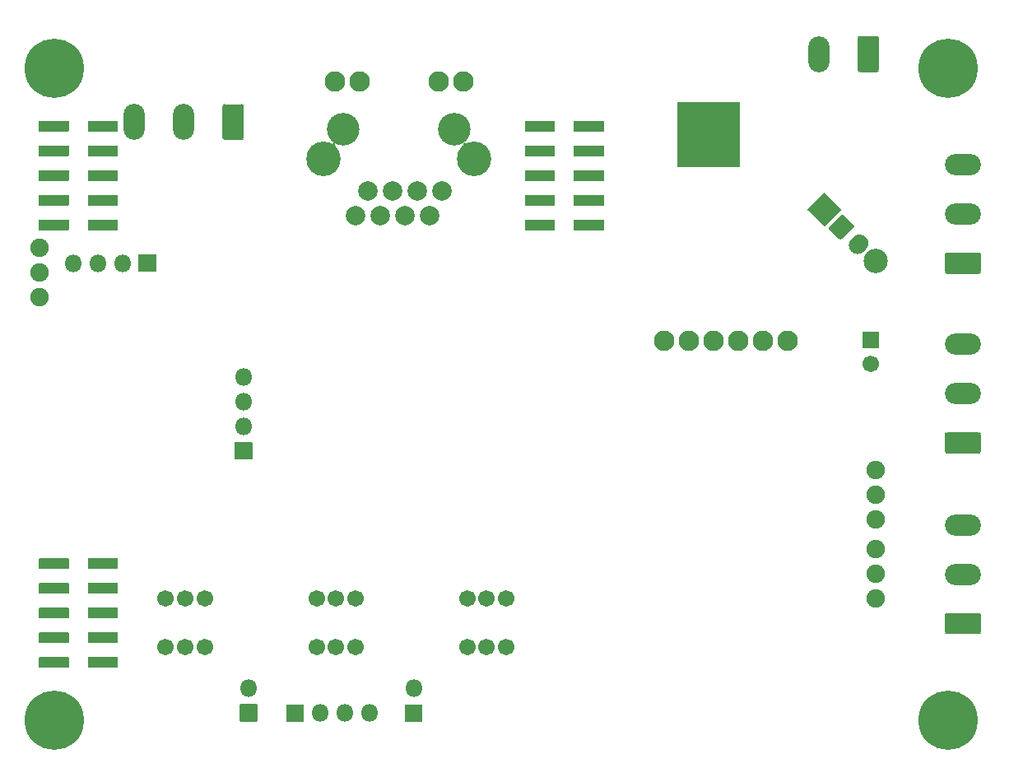
<source format=gbr>
%TF.GenerationSoftware,KiCad,Pcbnew,(5.1.10)-1*%
%TF.CreationDate,2022-06-11T01:01:33+08:00*%
%TF.ProjectId,interface,696e7465-7266-4616-9365-2e6b69636164,rev?*%
%TF.SameCoordinates,Original*%
%TF.FileFunction,Soldermask,Bot*%
%TF.FilePolarity,Negative*%
%FSLAX46Y46*%
G04 Gerber Fmt 4.6, Leading zero omitted, Abs format (unit mm)*
G04 Created by KiCad (PCBNEW (5.1.10)-1) date 2022-06-11 01:01:33*
%MOMM*%
%LPD*%
G01*
G04 APERTURE LIST*
%ADD10C,0.100000*%
%ADD11O,1.801600X1.801600*%
%ADD12C,1.701600*%
%ADD13O,3.701600X2.181600*%
%ADD14O,2.181600X3.701600*%
%ADD15C,0.901600*%
%ADD16C,6.101600*%
%ADD17C,2.501600*%
%ADD18C,2.101600*%
%ADD19C,1.901600*%
%ADD20C,3.551600*%
%ADD21C,2.001600*%
%ADD22C,3.351600*%
%ADD23C,0.350000*%
G04 APERTURE END LIST*
D10*
G36*
X74488000Y60964000D02*
G01*
X68138000Y60964000D01*
X68138000Y67568000D01*
X74488000Y67568000D01*
X74488000Y60964000D01*
G37*
X74488000Y60964000D02*
X68138000Y60964000D01*
X68138000Y67568000D01*
X74488000Y67568000D01*
X74488000Y60964000D01*
G36*
X74488000Y60964000D02*
G01*
X68138000Y60964000D01*
X68138000Y67568000D01*
X74488000Y67568000D01*
X74488000Y60964000D01*
G37*
X74488000Y60964000D02*
X68138000Y60964000D01*
X68138000Y67568000D01*
X74488000Y67568000D01*
X74488000Y60964000D01*
D11*
%TO.C,J3*%
X36420000Y4700000D03*
X33880000Y4700000D03*
X31340000Y4700000D03*
G36*
G01*
X29650000Y3799200D02*
X27950000Y3799200D01*
G75*
G02*
X27899200Y3850000I0J50800D01*
G01*
X27899200Y5550000D01*
G75*
G02*
X27950000Y5600800I50800J0D01*
G01*
X29650000Y5600800D01*
G75*
G02*
X29700800Y5550000I0J-50800D01*
G01*
X29700800Y3850000D01*
G75*
G02*
X29650000Y3799200I-50800J0D01*
G01*
G37*
%TD*%
%TO.C,C4*%
G36*
G01*
X86024739Y53463129D02*
X86236871Y53675261D01*
G75*
G02*
X87510795Y53675261I636962J-636962D01*
G01*
X87510795Y53675261D01*
G75*
G02*
X87510795Y52401337I-636962J-636962D01*
G01*
X87298663Y52189205D01*
G75*
G02*
X86024739Y52189205I-636962J636962D01*
G01*
X86024739Y52189205D01*
G75*
G02*
X86024739Y53463129I636962J636962D01*
G01*
G37*
G36*
G01*
X83807352Y54781276D02*
X84918724Y55892648D01*
G75*
G02*
X85293408Y55892648I187342J-187342D01*
G01*
X86192648Y54993408D01*
G75*
G02*
X86192648Y54618724I-187342J-187342D01*
G01*
X85081276Y53507352D01*
G75*
G02*
X84706592Y53507352I-187342J187342D01*
G01*
X83807352Y54406592D01*
G75*
G02*
X83807352Y54781276I187342J187342D01*
G01*
G37*
%TD*%
%TO.C,D12*%
X41000000Y7250000D03*
G36*
G01*
X41900800Y5560000D02*
X41900800Y3860000D01*
G75*
G02*
X41850000Y3809200I-50800J0D01*
G01*
X40150000Y3809200D01*
G75*
G02*
X40099200Y3860000I0J50800D01*
G01*
X40099200Y5560000D01*
G75*
G02*
X40150000Y5610800I50800J0D01*
G01*
X41850000Y5610800D01*
G75*
G02*
X41900800Y5560000I0J-50800D01*
G01*
G37*
%TD*%
%TO.C,D11*%
X24000000Y7290000D03*
G36*
G01*
X24900800Y5600000D02*
X24900800Y3900000D01*
G75*
G02*
X24850000Y3849200I-50800J0D01*
G01*
X23150000Y3849200D01*
G75*
G02*
X23099200Y3900000I0J50800D01*
G01*
X23099200Y5600000D01*
G75*
G02*
X23150000Y5650800I50800J0D01*
G01*
X24850000Y5650800D01*
G75*
G02*
X24900800Y5600000I0J-50800D01*
G01*
G37*
%TD*%
%TO.C,J8*%
X5980000Y51000000D03*
X8520000Y51000000D03*
X11060000Y51000000D03*
G36*
G01*
X12750000Y51900800D02*
X14450000Y51900800D01*
G75*
G02*
X14500800Y51850000I0J-50800D01*
G01*
X14500800Y50150000D01*
G75*
G02*
X14450000Y50099200I-50800J0D01*
G01*
X12750000Y50099200D01*
G75*
G02*
X12699200Y50150000I0J50800D01*
G01*
X12699200Y51850000D01*
G75*
G02*
X12750000Y51900800I50800J0D01*
G01*
G37*
%TD*%
D12*
%TO.C,SW4*%
X46500000Y16500000D03*
X48500000Y16500000D03*
X50500000Y16500000D03*
X46500000Y11500000D03*
X48500000Y11500000D03*
X50500000Y11500000D03*
%TD*%
%TO.C,SW3*%
X31000000Y16500000D03*
X33000000Y16500000D03*
X35000000Y16500000D03*
X31000000Y11500000D03*
X33000000Y11500000D03*
X35000000Y11500000D03*
%TD*%
%TO.C,SW2*%
X15500000Y16500000D03*
X17500000Y16500000D03*
X19500000Y16500000D03*
X15500000Y11500000D03*
X17500000Y11500000D03*
X19500000Y11500000D03*
%TD*%
D13*
%TO.C,J9*%
X97500000Y42660000D03*
X97500000Y37580000D03*
G36*
G01*
X99088591Y31409200D02*
X95911409Y31409200D01*
G75*
G02*
X95649200Y31671409I0J262209D01*
G01*
X95649200Y33328591D01*
G75*
G02*
X95911409Y33590800I262209J0D01*
G01*
X99088591Y33590800D01*
G75*
G02*
X99350800Y33328591I0J-262209D01*
G01*
X99350800Y31671409D01*
G75*
G02*
X99088591Y31409200I-262209J0D01*
G01*
G37*
%TD*%
D14*
%TO.C,J12*%
X12250000Y65500000D03*
X17330000Y65500000D03*
G36*
G01*
X23500800Y67088591D02*
X23500800Y63911409D01*
G75*
G02*
X23238591Y63649200I-262209J0D01*
G01*
X21581409Y63649200D01*
G75*
G02*
X21319200Y63911409I0J262209D01*
G01*
X21319200Y67088591D01*
G75*
G02*
X21581409Y67350800I262209J0D01*
G01*
X23238591Y67350800D01*
G75*
G02*
X23500800Y67088591I0J-262209D01*
G01*
G37*
%TD*%
D13*
%TO.C,J11*%
X97500000Y24080000D03*
X97500000Y19000000D03*
G36*
G01*
X99088591Y12829200D02*
X95911409Y12829200D01*
G75*
G02*
X95649200Y13091409I0J262209D01*
G01*
X95649200Y14748591D01*
G75*
G02*
X95911409Y15010800I262209J0D01*
G01*
X99088591Y15010800D01*
G75*
G02*
X99350800Y14748591I0J-262209D01*
G01*
X99350800Y13091409D01*
G75*
G02*
X99088591Y12829200I-262209J0D01*
G01*
G37*
%TD*%
%TO.C,J10*%
X97500000Y61160000D03*
X97500000Y56080000D03*
G36*
G01*
X99088591Y49909200D02*
X95911409Y49909200D01*
G75*
G02*
X95649200Y50171409I0J262209D01*
G01*
X95649200Y51828591D01*
G75*
G02*
X95911409Y52090800I262209J0D01*
G01*
X99088591Y52090800D01*
G75*
G02*
X99350800Y51828591I0J-262209D01*
G01*
X99350800Y50171409D01*
G75*
G02*
X99088591Y49909200I-262209J0D01*
G01*
G37*
%TD*%
D14*
%TO.C,J1*%
X82670000Y72500000D03*
G36*
G01*
X88840800Y74088591D02*
X88840800Y70911409D01*
G75*
G02*
X88578591Y70649200I-262209J0D01*
G01*
X86921409Y70649200D01*
G75*
G02*
X86659200Y70911409I0J262209D01*
G01*
X86659200Y74088591D01*
G75*
G02*
X86921409Y74350800I262209J0D01*
G01*
X88578591Y74350800D01*
G75*
G02*
X88840800Y74088591I0J-262209D01*
G01*
G37*
%TD*%
D12*
%TO.C,C2*%
X88000000Y40600000D03*
G36*
G01*
X87200000Y43950800D02*
X88800000Y43950800D01*
G75*
G02*
X88850800Y43900000I0J-50800D01*
G01*
X88850800Y42300000D01*
G75*
G02*
X88800000Y42249200I-50800J0D01*
G01*
X87200000Y42249200D01*
G75*
G02*
X87149200Y42300000I0J50800D01*
G01*
X87149200Y43900000D01*
G75*
G02*
X87200000Y43950800I50800J0D01*
G01*
G37*
%TD*%
D15*
%TO.C,SC4*%
X98056810Y5187500D03*
X98056810Y2812500D03*
X96000000Y1625000D03*
X93943190Y2812500D03*
X93943190Y5187500D03*
X96000000Y6375000D03*
D16*
X96000000Y4000000D03*
%TD*%
D15*
%TO.C,SC3*%
X6056810Y5187500D03*
X6056810Y2812500D03*
X4000000Y1625000D03*
X1943190Y2812500D03*
X1943190Y5187500D03*
X4000000Y6375000D03*
D16*
X4000000Y4000000D03*
%TD*%
D15*
%TO.C,SC2*%
X98056810Y72187500D03*
X98056810Y69812500D03*
X96000000Y68625000D03*
X93943190Y69812500D03*
X93943190Y72187500D03*
X96000000Y73375000D03*
D16*
X96000000Y71000000D03*
%TD*%
D15*
%TO.C,SC1*%
X6056810Y72187500D03*
X6056810Y69812500D03*
X4000000Y68625000D03*
X1943190Y69812500D03*
X1943190Y72187500D03*
X4000000Y73375000D03*
D16*
X4000000Y71000000D03*
%TD*%
D17*
%TO.C,C5*%
X88553301Y51196699D03*
G36*
G01*
X81517023Y56535921D02*
X83214079Y58232977D01*
G75*
G02*
X83285921Y58232977I35921J-35921D01*
G01*
X84982977Y56535921D01*
G75*
G02*
X84982977Y56464079I-35921J-35921D01*
G01*
X83285921Y54767023D01*
G75*
G02*
X83214079Y54767023I-35921J35921D01*
G01*
X81517023Y56464079D01*
G75*
G02*
X81517023Y56535921I35921J35921D01*
G01*
G37*
%TD*%
%TO.C,J4*%
G36*
G01*
X52429200Y64580000D02*
X52429200Y65580000D01*
G75*
G02*
X52480000Y65630800I50800J0D01*
G01*
X55480000Y65630800D01*
G75*
G02*
X55530800Y65580000I0J-50800D01*
G01*
X55530800Y64580000D01*
G75*
G02*
X55480000Y64529200I-50800J0D01*
G01*
X52480000Y64529200D01*
G75*
G02*
X52429200Y64580000I0J50800D01*
G01*
G37*
G36*
G01*
X57469200Y64580000D02*
X57469200Y65580000D01*
G75*
G02*
X57520000Y65630800I50800J0D01*
G01*
X60520000Y65630800D01*
G75*
G02*
X60570800Y65580000I0J-50800D01*
G01*
X60570800Y64580000D01*
G75*
G02*
X60520000Y64529200I-50800J0D01*
G01*
X57520000Y64529200D01*
G75*
G02*
X57469200Y64580000I0J50800D01*
G01*
G37*
G36*
G01*
X52429200Y62040000D02*
X52429200Y63040000D01*
G75*
G02*
X52480000Y63090800I50800J0D01*
G01*
X55480000Y63090800D01*
G75*
G02*
X55530800Y63040000I0J-50800D01*
G01*
X55530800Y62040000D01*
G75*
G02*
X55480000Y61989200I-50800J0D01*
G01*
X52480000Y61989200D01*
G75*
G02*
X52429200Y62040000I0J50800D01*
G01*
G37*
G36*
G01*
X57469200Y62040000D02*
X57469200Y63040000D01*
G75*
G02*
X57520000Y63090800I50800J0D01*
G01*
X60520000Y63090800D01*
G75*
G02*
X60570800Y63040000I0J-50800D01*
G01*
X60570800Y62040000D01*
G75*
G02*
X60520000Y61989200I-50800J0D01*
G01*
X57520000Y61989200D01*
G75*
G02*
X57469200Y62040000I0J50800D01*
G01*
G37*
G36*
G01*
X52429200Y59500000D02*
X52429200Y60500000D01*
G75*
G02*
X52480000Y60550800I50800J0D01*
G01*
X55480000Y60550800D01*
G75*
G02*
X55530800Y60500000I0J-50800D01*
G01*
X55530800Y59500000D01*
G75*
G02*
X55480000Y59449200I-50800J0D01*
G01*
X52480000Y59449200D01*
G75*
G02*
X52429200Y59500000I0J50800D01*
G01*
G37*
G36*
G01*
X57469200Y59500000D02*
X57469200Y60500000D01*
G75*
G02*
X57520000Y60550800I50800J0D01*
G01*
X60520000Y60550800D01*
G75*
G02*
X60570800Y60500000I0J-50800D01*
G01*
X60570800Y59500000D01*
G75*
G02*
X60520000Y59449200I-50800J0D01*
G01*
X57520000Y59449200D01*
G75*
G02*
X57469200Y59500000I0J50800D01*
G01*
G37*
G36*
G01*
X52429200Y56960000D02*
X52429200Y57960000D01*
G75*
G02*
X52480000Y58010800I50800J0D01*
G01*
X55480000Y58010800D01*
G75*
G02*
X55530800Y57960000I0J-50800D01*
G01*
X55530800Y56960000D01*
G75*
G02*
X55480000Y56909200I-50800J0D01*
G01*
X52480000Y56909200D01*
G75*
G02*
X52429200Y56960000I0J50800D01*
G01*
G37*
G36*
G01*
X57469200Y56960000D02*
X57469200Y57960000D01*
G75*
G02*
X57520000Y58010800I50800J0D01*
G01*
X60520000Y58010800D01*
G75*
G02*
X60570800Y57960000I0J-50800D01*
G01*
X60570800Y56960000D01*
G75*
G02*
X60520000Y56909200I-50800J0D01*
G01*
X57520000Y56909200D01*
G75*
G02*
X57469200Y56960000I0J50800D01*
G01*
G37*
G36*
G01*
X52429200Y54420000D02*
X52429200Y55420000D01*
G75*
G02*
X52480000Y55470800I50800J0D01*
G01*
X55480000Y55470800D01*
G75*
G02*
X55530800Y55420000I0J-50800D01*
G01*
X55530800Y54420000D01*
G75*
G02*
X55480000Y54369200I-50800J0D01*
G01*
X52480000Y54369200D01*
G75*
G02*
X52429200Y54420000I0J50800D01*
G01*
G37*
G36*
G01*
X57469200Y54420000D02*
X57469200Y55420000D01*
G75*
G02*
X57520000Y55470800I50800J0D01*
G01*
X60520000Y55470800D01*
G75*
G02*
X60570800Y55420000I0J-50800D01*
G01*
X60570800Y54420000D01*
G75*
G02*
X60520000Y54369200I-50800J0D01*
G01*
X57520000Y54369200D01*
G75*
G02*
X57469200Y54420000I0J50800D01*
G01*
G37*
%TD*%
%TO.C,J7*%
G36*
G01*
X10570800Y55420000D02*
X10570800Y54420000D01*
G75*
G02*
X10520000Y54369200I-50800J0D01*
G01*
X7520000Y54369200D01*
G75*
G02*
X7469200Y54420000I0J50800D01*
G01*
X7469200Y55420000D01*
G75*
G02*
X7520000Y55470800I50800J0D01*
G01*
X10520000Y55470800D01*
G75*
G02*
X10570800Y55420000I0J-50800D01*
G01*
G37*
G36*
G01*
X5530800Y55420000D02*
X5530800Y54420000D01*
G75*
G02*
X5480000Y54369200I-50800J0D01*
G01*
X2480000Y54369200D01*
G75*
G02*
X2429200Y54420000I0J50800D01*
G01*
X2429200Y55420000D01*
G75*
G02*
X2480000Y55470800I50800J0D01*
G01*
X5480000Y55470800D01*
G75*
G02*
X5530800Y55420000I0J-50800D01*
G01*
G37*
G36*
G01*
X10570800Y57960000D02*
X10570800Y56960000D01*
G75*
G02*
X10520000Y56909200I-50800J0D01*
G01*
X7520000Y56909200D01*
G75*
G02*
X7469200Y56960000I0J50800D01*
G01*
X7469200Y57960000D01*
G75*
G02*
X7520000Y58010800I50800J0D01*
G01*
X10520000Y58010800D01*
G75*
G02*
X10570800Y57960000I0J-50800D01*
G01*
G37*
G36*
G01*
X5530800Y57960000D02*
X5530800Y56960000D01*
G75*
G02*
X5480000Y56909200I-50800J0D01*
G01*
X2480000Y56909200D01*
G75*
G02*
X2429200Y56960000I0J50800D01*
G01*
X2429200Y57960000D01*
G75*
G02*
X2480000Y58010800I50800J0D01*
G01*
X5480000Y58010800D01*
G75*
G02*
X5530800Y57960000I0J-50800D01*
G01*
G37*
G36*
G01*
X10570800Y60500000D02*
X10570800Y59500000D01*
G75*
G02*
X10520000Y59449200I-50800J0D01*
G01*
X7520000Y59449200D01*
G75*
G02*
X7469200Y59500000I0J50800D01*
G01*
X7469200Y60500000D01*
G75*
G02*
X7520000Y60550800I50800J0D01*
G01*
X10520000Y60550800D01*
G75*
G02*
X10570800Y60500000I0J-50800D01*
G01*
G37*
G36*
G01*
X5530800Y60500000D02*
X5530800Y59500000D01*
G75*
G02*
X5480000Y59449200I-50800J0D01*
G01*
X2480000Y59449200D01*
G75*
G02*
X2429200Y59500000I0J50800D01*
G01*
X2429200Y60500000D01*
G75*
G02*
X2480000Y60550800I50800J0D01*
G01*
X5480000Y60550800D01*
G75*
G02*
X5530800Y60500000I0J-50800D01*
G01*
G37*
G36*
G01*
X10570800Y63040000D02*
X10570800Y62040000D01*
G75*
G02*
X10520000Y61989200I-50800J0D01*
G01*
X7520000Y61989200D01*
G75*
G02*
X7469200Y62040000I0J50800D01*
G01*
X7469200Y63040000D01*
G75*
G02*
X7520000Y63090800I50800J0D01*
G01*
X10520000Y63090800D01*
G75*
G02*
X10570800Y63040000I0J-50800D01*
G01*
G37*
G36*
G01*
X5530800Y63040000D02*
X5530800Y62040000D01*
G75*
G02*
X5480000Y61989200I-50800J0D01*
G01*
X2480000Y61989200D01*
G75*
G02*
X2429200Y62040000I0J50800D01*
G01*
X2429200Y63040000D01*
G75*
G02*
X2480000Y63090800I50800J0D01*
G01*
X5480000Y63090800D01*
G75*
G02*
X5530800Y63040000I0J-50800D01*
G01*
G37*
G36*
G01*
X10570800Y65580000D02*
X10570800Y64580000D01*
G75*
G02*
X10520000Y64529200I-50800J0D01*
G01*
X7520000Y64529200D01*
G75*
G02*
X7469200Y64580000I0J50800D01*
G01*
X7469200Y65580000D01*
G75*
G02*
X7520000Y65630800I50800J0D01*
G01*
X10520000Y65630800D01*
G75*
G02*
X10570800Y65580000I0J-50800D01*
G01*
G37*
G36*
G01*
X5530800Y65580000D02*
X5530800Y64580000D01*
G75*
G02*
X5480000Y64529200I-50800J0D01*
G01*
X2480000Y64529200D01*
G75*
G02*
X2429200Y64580000I0J50800D01*
G01*
X2429200Y65580000D01*
G75*
G02*
X2480000Y65630800I50800J0D01*
G01*
X5480000Y65630800D01*
G75*
G02*
X5530800Y65580000I0J-50800D01*
G01*
G37*
%TD*%
%TO.C,J5*%
G36*
G01*
X10570800Y10420000D02*
X10570800Y9420000D01*
G75*
G02*
X10520000Y9369200I-50800J0D01*
G01*
X7520000Y9369200D01*
G75*
G02*
X7469200Y9420000I0J50800D01*
G01*
X7469200Y10420000D01*
G75*
G02*
X7520000Y10470800I50800J0D01*
G01*
X10520000Y10470800D01*
G75*
G02*
X10570800Y10420000I0J-50800D01*
G01*
G37*
G36*
G01*
X5530800Y10420000D02*
X5530800Y9420000D01*
G75*
G02*
X5480000Y9369200I-50800J0D01*
G01*
X2480000Y9369200D01*
G75*
G02*
X2429200Y9420000I0J50800D01*
G01*
X2429200Y10420000D01*
G75*
G02*
X2480000Y10470800I50800J0D01*
G01*
X5480000Y10470800D01*
G75*
G02*
X5530800Y10420000I0J-50800D01*
G01*
G37*
G36*
G01*
X10570800Y12960000D02*
X10570800Y11960000D01*
G75*
G02*
X10520000Y11909200I-50800J0D01*
G01*
X7520000Y11909200D01*
G75*
G02*
X7469200Y11960000I0J50800D01*
G01*
X7469200Y12960000D01*
G75*
G02*
X7520000Y13010800I50800J0D01*
G01*
X10520000Y13010800D01*
G75*
G02*
X10570800Y12960000I0J-50800D01*
G01*
G37*
G36*
G01*
X5530800Y12960000D02*
X5530800Y11960000D01*
G75*
G02*
X5480000Y11909200I-50800J0D01*
G01*
X2480000Y11909200D01*
G75*
G02*
X2429200Y11960000I0J50800D01*
G01*
X2429200Y12960000D01*
G75*
G02*
X2480000Y13010800I50800J0D01*
G01*
X5480000Y13010800D01*
G75*
G02*
X5530800Y12960000I0J-50800D01*
G01*
G37*
G36*
G01*
X10570800Y15500000D02*
X10570800Y14500000D01*
G75*
G02*
X10520000Y14449200I-50800J0D01*
G01*
X7520000Y14449200D01*
G75*
G02*
X7469200Y14500000I0J50800D01*
G01*
X7469200Y15500000D01*
G75*
G02*
X7520000Y15550800I50800J0D01*
G01*
X10520000Y15550800D01*
G75*
G02*
X10570800Y15500000I0J-50800D01*
G01*
G37*
G36*
G01*
X5530800Y15500000D02*
X5530800Y14500000D01*
G75*
G02*
X5480000Y14449200I-50800J0D01*
G01*
X2480000Y14449200D01*
G75*
G02*
X2429200Y14500000I0J50800D01*
G01*
X2429200Y15500000D01*
G75*
G02*
X2480000Y15550800I50800J0D01*
G01*
X5480000Y15550800D01*
G75*
G02*
X5530800Y15500000I0J-50800D01*
G01*
G37*
G36*
G01*
X10570800Y18040000D02*
X10570800Y17040000D01*
G75*
G02*
X10520000Y16989200I-50800J0D01*
G01*
X7520000Y16989200D01*
G75*
G02*
X7469200Y17040000I0J50800D01*
G01*
X7469200Y18040000D01*
G75*
G02*
X7520000Y18090800I50800J0D01*
G01*
X10520000Y18090800D01*
G75*
G02*
X10570800Y18040000I0J-50800D01*
G01*
G37*
G36*
G01*
X5530800Y18040000D02*
X5530800Y17040000D01*
G75*
G02*
X5480000Y16989200I-50800J0D01*
G01*
X2480000Y16989200D01*
G75*
G02*
X2429200Y17040000I0J50800D01*
G01*
X2429200Y18040000D01*
G75*
G02*
X2480000Y18090800I50800J0D01*
G01*
X5480000Y18090800D01*
G75*
G02*
X5530800Y18040000I0J-50800D01*
G01*
G37*
G36*
G01*
X10570800Y20580000D02*
X10570800Y19580000D01*
G75*
G02*
X10520000Y19529200I-50800J0D01*
G01*
X7520000Y19529200D01*
G75*
G02*
X7469200Y19580000I0J50800D01*
G01*
X7469200Y20580000D01*
G75*
G02*
X7520000Y20630800I50800J0D01*
G01*
X10520000Y20630800D01*
G75*
G02*
X10570800Y20580000I0J-50800D01*
G01*
G37*
G36*
G01*
X5530800Y20580000D02*
X5530800Y19580000D01*
G75*
G02*
X5480000Y19529200I-50800J0D01*
G01*
X2480000Y19529200D01*
G75*
G02*
X2429200Y19580000I0J50800D01*
G01*
X2429200Y20580000D01*
G75*
G02*
X2480000Y20630800I50800J0D01*
G01*
X5480000Y20630800D01*
G75*
G02*
X5530800Y20580000I0J-50800D01*
G01*
G37*
%TD*%
D11*
%TO.C,U6*%
X23500000Y39310000D03*
X23500000Y36770000D03*
X23500000Y34230000D03*
G36*
G01*
X24400800Y32540000D02*
X24400800Y30840000D01*
G75*
G02*
X24350000Y30789200I-50800J0D01*
G01*
X22650000Y30789200D01*
G75*
G02*
X22599200Y30840000I0J50800D01*
G01*
X22599200Y32540000D01*
G75*
G02*
X22650000Y32590800I50800J0D01*
G01*
X24350000Y32590800D01*
G75*
G02*
X24400800Y32540000I0J-50800D01*
G01*
G37*
%TD*%
D18*
%TO.C,U1*%
X76910000Y43000000D03*
X71830000Y43000000D03*
X79450000Y43000000D03*
X74370000Y43000000D03*
X69290000Y43000000D03*
X66750000Y43000000D03*
%TD*%
D19*
%TO.C,JP3*%
X88500000Y16500000D03*
X88500000Y19040000D03*
X88500000Y21580000D03*
%TD*%
%TO.C,JP2*%
X88500000Y24670000D03*
X88500000Y27210000D03*
X88500000Y29750000D03*
%TD*%
%TO.C,JP1*%
X2500000Y47460000D03*
X2500000Y50000000D03*
X2500000Y52540000D03*
%TD*%
D18*
%TO.C,J6*%
X32875000Y69650000D03*
X35415000Y69650000D03*
X43585000Y69650000D03*
X46125000Y69650000D03*
D20*
X31755000Y61700000D03*
X47245000Y61700000D03*
D21*
X36330000Y58400000D03*
X38870000Y58400000D03*
X41410000Y58400000D03*
X43950000Y58400000D03*
X35060000Y55860000D03*
X37600000Y55860000D03*
X42680000Y55860000D03*
X40140000Y55860000D03*
D22*
X45215000Y64750000D03*
X33785000Y64750000D03*
%TD*%
D23*
G36*
X99351965Y13093035D02*
G01*
X99352800Y13091409D01*
X99352800Y13002599D01*
X99352790Y13002403D01*
X99348983Y12963751D01*
X99348907Y12963366D01*
X99339422Y12932098D01*
X99339272Y12931736D01*
X99323874Y12902929D01*
X99323656Y12902603D01*
X99302930Y12877347D01*
X99302653Y12877070D01*
X99277397Y12856344D01*
X99277071Y12856126D01*
X99248264Y12840728D01*
X99247902Y12840578D01*
X99216634Y12831093D01*
X99216249Y12831017D01*
X99177597Y12827210D01*
X99177401Y12827200D01*
X99088591Y12827200D01*
X99086859Y12828200D01*
X99086859Y12830200D01*
X99088395Y12831190D01*
X99139350Y12836208D01*
X99188165Y12851016D01*
X99233151Y12875061D01*
X99272580Y12907420D01*
X99304939Y12946849D01*
X99328984Y12991835D01*
X99343792Y13040650D01*
X99348810Y13091605D01*
X99349975Y13093231D01*
X99351965Y13093035D01*
G37*
G36*
X95651190Y13091605D02*
G01*
X95656208Y13040650D01*
X95671016Y12991835D01*
X95695061Y12946849D01*
X95727420Y12907420D01*
X95766849Y12875061D01*
X95811835Y12851016D01*
X95860650Y12836208D01*
X95911605Y12831190D01*
X95913231Y12830025D01*
X95913035Y12828035D01*
X95911409Y12827200D01*
X95822599Y12827200D01*
X95822403Y12827210D01*
X95783751Y12831017D01*
X95783366Y12831093D01*
X95752098Y12840578D01*
X95751736Y12840728D01*
X95722929Y12856126D01*
X95722603Y12856344D01*
X95697347Y12877070D01*
X95697070Y12877347D01*
X95676344Y12902603D01*
X95676126Y12902929D01*
X95660728Y12931736D01*
X95660578Y12932098D01*
X95651093Y12963366D01*
X95651017Y12963751D01*
X95647210Y13002403D01*
X95647200Y13002599D01*
X95647200Y13091409D01*
X95648200Y13093141D01*
X95650200Y13093141D01*
X95651190Y13091605D01*
G37*
G36*
X95913141Y15011800D02*
G01*
X95913141Y15009800D01*
X95911605Y15008810D01*
X95860650Y15003792D01*
X95811835Y14988984D01*
X95766849Y14964939D01*
X95727420Y14932580D01*
X95695061Y14893151D01*
X95671016Y14848165D01*
X95656208Y14799350D01*
X95651190Y14748395D01*
X95650025Y14746769D01*
X95648035Y14746965D01*
X95647200Y14748591D01*
X95647200Y14837401D01*
X95647210Y14837597D01*
X95651017Y14876249D01*
X95651093Y14876634D01*
X95660578Y14907902D01*
X95660728Y14908264D01*
X95676126Y14937071D01*
X95676344Y14937397D01*
X95697070Y14962653D01*
X95697347Y14962930D01*
X95722603Y14983656D01*
X95722929Y14983874D01*
X95751736Y14999272D01*
X95752098Y14999422D01*
X95783366Y15008907D01*
X95783751Y15008983D01*
X95822403Y15012790D01*
X95822599Y15012800D01*
X95911409Y15012800D01*
X95913141Y15011800D01*
G37*
G36*
X99177597Y15012790D02*
G01*
X99216249Y15008983D01*
X99216634Y15008907D01*
X99247902Y14999422D01*
X99248264Y14999272D01*
X99277071Y14983874D01*
X99277397Y14983656D01*
X99302653Y14962930D01*
X99302930Y14962653D01*
X99323656Y14937397D01*
X99323874Y14937071D01*
X99339272Y14908264D01*
X99339422Y14907902D01*
X99348907Y14876634D01*
X99348983Y14876249D01*
X99352790Y14837597D01*
X99352800Y14837401D01*
X99352800Y14748591D01*
X99351800Y14746859D01*
X99349800Y14746859D01*
X99348810Y14748395D01*
X99343792Y14799350D01*
X99328984Y14848165D01*
X99304939Y14893151D01*
X99272580Y14932580D01*
X99233151Y14964939D01*
X99188165Y14988984D01*
X99139350Y15003792D01*
X99088395Y15008810D01*
X99086769Y15009975D01*
X99086965Y15011965D01*
X99088591Y15012800D01*
X99177401Y15012800D01*
X99177597Y15012790D01*
G37*
G36*
X95651190Y31671605D02*
G01*
X95656208Y31620650D01*
X95671016Y31571835D01*
X95695061Y31526849D01*
X95727420Y31487420D01*
X95766849Y31455061D01*
X95811835Y31431016D01*
X95860650Y31416208D01*
X95911605Y31411190D01*
X95913231Y31410025D01*
X95913035Y31408035D01*
X95911409Y31407200D01*
X95822599Y31407200D01*
X95822403Y31407210D01*
X95783751Y31411017D01*
X95783366Y31411093D01*
X95752098Y31420578D01*
X95751736Y31420728D01*
X95722929Y31436126D01*
X95722603Y31436344D01*
X95697347Y31457070D01*
X95697070Y31457347D01*
X95676344Y31482603D01*
X95676126Y31482929D01*
X95660728Y31511736D01*
X95660578Y31512098D01*
X95651093Y31543366D01*
X95651017Y31543751D01*
X95647210Y31582403D01*
X95647200Y31582599D01*
X95647200Y31671409D01*
X95648200Y31673141D01*
X95650200Y31673141D01*
X95651190Y31671605D01*
G37*
G36*
X99351965Y31673035D02*
G01*
X99352800Y31671409D01*
X99352800Y31582599D01*
X99352790Y31582403D01*
X99348983Y31543751D01*
X99348907Y31543366D01*
X99339422Y31512098D01*
X99339272Y31511736D01*
X99323874Y31482929D01*
X99323656Y31482603D01*
X99302930Y31457347D01*
X99302653Y31457070D01*
X99277397Y31436344D01*
X99277071Y31436126D01*
X99248264Y31420728D01*
X99247902Y31420578D01*
X99216634Y31411093D01*
X99216249Y31411017D01*
X99177597Y31407210D01*
X99177401Y31407200D01*
X99088591Y31407200D01*
X99086859Y31408200D01*
X99086859Y31410200D01*
X99088395Y31411190D01*
X99139350Y31416208D01*
X99188165Y31431016D01*
X99233151Y31455061D01*
X99272580Y31487420D01*
X99304939Y31526849D01*
X99328984Y31571835D01*
X99343792Y31620650D01*
X99348810Y31671605D01*
X99349975Y31673231D01*
X99351965Y31673035D01*
G37*
G36*
X95913141Y33591800D02*
G01*
X95913141Y33589800D01*
X95911605Y33588810D01*
X95860650Y33583792D01*
X95811835Y33568984D01*
X95766849Y33544939D01*
X95727420Y33512580D01*
X95695061Y33473151D01*
X95671016Y33428165D01*
X95656208Y33379350D01*
X95651190Y33328395D01*
X95650025Y33326769D01*
X95648035Y33326965D01*
X95647200Y33328591D01*
X95647200Y33417401D01*
X95647210Y33417597D01*
X95651017Y33456249D01*
X95651093Y33456634D01*
X95660578Y33487902D01*
X95660728Y33488264D01*
X95676126Y33517071D01*
X95676344Y33517397D01*
X95697070Y33542653D01*
X95697347Y33542930D01*
X95722603Y33563656D01*
X95722929Y33563874D01*
X95751736Y33579272D01*
X95752098Y33579422D01*
X95783366Y33588907D01*
X95783751Y33588983D01*
X95822403Y33592790D01*
X95822599Y33592800D01*
X95911409Y33592800D01*
X95913141Y33591800D01*
G37*
G36*
X99177597Y33592790D02*
G01*
X99216249Y33588983D01*
X99216634Y33588907D01*
X99247902Y33579422D01*
X99248264Y33579272D01*
X99277071Y33563874D01*
X99277397Y33563656D01*
X99302653Y33542930D01*
X99302930Y33542653D01*
X99323656Y33517397D01*
X99323874Y33517071D01*
X99339272Y33488264D01*
X99339422Y33487902D01*
X99348907Y33456634D01*
X99348983Y33456249D01*
X99352790Y33417597D01*
X99352800Y33417401D01*
X99352800Y33328591D01*
X99351800Y33326859D01*
X99349800Y33326859D01*
X99348810Y33328395D01*
X99343792Y33379350D01*
X99328984Y33428165D01*
X99304939Y33473151D01*
X99272580Y33512580D01*
X99233151Y33544939D01*
X99188165Y33568984D01*
X99139350Y33583792D01*
X99088395Y33588810D01*
X99086769Y33589975D01*
X99086965Y33591965D01*
X99088591Y33592800D01*
X99177401Y33592800D01*
X99177597Y33592790D01*
G37*
G36*
X99351965Y50173035D02*
G01*
X99352800Y50171409D01*
X99352800Y50082599D01*
X99352790Y50082403D01*
X99348983Y50043751D01*
X99348907Y50043366D01*
X99339422Y50012098D01*
X99339272Y50011736D01*
X99323874Y49982929D01*
X99323656Y49982603D01*
X99302930Y49957347D01*
X99302653Y49957070D01*
X99277397Y49936344D01*
X99277071Y49936126D01*
X99248264Y49920728D01*
X99247902Y49920578D01*
X99216634Y49911093D01*
X99216249Y49911017D01*
X99177597Y49907210D01*
X99177401Y49907200D01*
X99088591Y49907200D01*
X99086859Y49908200D01*
X99086859Y49910200D01*
X99088395Y49911190D01*
X99139350Y49916208D01*
X99188165Y49931016D01*
X99233151Y49955061D01*
X99272580Y49987420D01*
X99304939Y50026849D01*
X99328984Y50071835D01*
X99343792Y50120650D01*
X99348810Y50171605D01*
X99349975Y50173231D01*
X99351965Y50173035D01*
G37*
G36*
X95651190Y50171605D02*
G01*
X95656208Y50120650D01*
X95671016Y50071835D01*
X95695061Y50026849D01*
X95727420Y49987420D01*
X95766849Y49955061D01*
X95811835Y49931016D01*
X95860650Y49916208D01*
X95911605Y49911190D01*
X95913231Y49910025D01*
X95913035Y49908035D01*
X95911409Y49907200D01*
X95822599Y49907200D01*
X95822403Y49907210D01*
X95783751Y49911017D01*
X95783366Y49911093D01*
X95752098Y49920578D01*
X95751736Y49920728D01*
X95722929Y49936126D01*
X95722603Y49936344D01*
X95697347Y49957070D01*
X95697070Y49957347D01*
X95676344Y49982603D01*
X95676126Y49982929D01*
X95660728Y50011736D01*
X95660578Y50012098D01*
X95651093Y50043366D01*
X95651017Y50043751D01*
X95647210Y50082403D01*
X95647200Y50082599D01*
X95647200Y50171409D01*
X95648200Y50173141D01*
X95650200Y50173141D01*
X95651190Y50171605D01*
G37*
G36*
X95913141Y52091800D02*
G01*
X95913141Y52089800D01*
X95911605Y52088810D01*
X95860650Y52083792D01*
X95811835Y52068984D01*
X95766849Y52044939D01*
X95727420Y52012580D01*
X95695061Y51973151D01*
X95671016Y51928165D01*
X95656208Y51879350D01*
X95651190Y51828395D01*
X95650025Y51826769D01*
X95648035Y51826965D01*
X95647200Y51828591D01*
X95647200Y51917401D01*
X95647210Y51917597D01*
X95651017Y51956249D01*
X95651093Y51956634D01*
X95660578Y51987902D01*
X95660728Y51988264D01*
X95676126Y52017071D01*
X95676344Y52017397D01*
X95697070Y52042653D01*
X95697347Y52042930D01*
X95722603Y52063656D01*
X95722929Y52063874D01*
X95751736Y52079272D01*
X95752098Y52079422D01*
X95783366Y52088907D01*
X95783751Y52088983D01*
X95822403Y52092790D01*
X95822599Y52092800D01*
X95911409Y52092800D01*
X95913141Y52091800D01*
G37*
G36*
X99177597Y52092790D02*
G01*
X99216249Y52088983D01*
X99216634Y52088907D01*
X99247902Y52079422D01*
X99248264Y52079272D01*
X99277071Y52063874D01*
X99277397Y52063656D01*
X99302653Y52042930D01*
X99302930Y52042653D01*
X99323656Y52017397D01*
X99323874Y52017071D01*
X99339272Y51988264D01*
X99339422Y51987902D01*
X99348907Y51956634D01*
X99348983Y51956249D01*
X99352790Y51917597D01*
X99352800Y51917401D01*
X99352800Y51828591D01*
X99351800Y51826859D01*
X99349800Y51826859D01*
X99348810Y51828395D01*
X99343792Y51879350D01*
X99328984Y51928165D01*
X99304939Y51973151D01*
X99272580Y52012580D01*
X99233151Y52044939D01*
X99188165Y52068984D01*
X99139350Y52083792D01*
X99088395Y52088810D01*
X99086769Y52089975D01*
X99086965Y52091965D01*
X99088591Y52092800D01*
X99177401Y52092800D01*
X99177597Y52092790D01*
G37*
G36*
X84707861Y53508898D02*
G01*
X84747857Y53476075D01*
X84793314Y53451777D01*
X84842642Y53436814D01*
X84893934Y53431762D01*
X84945226Y53436814D01*
X84994554Y53451777D01*
X85040011Y53476075D01*
X85080007Y53508898D01*
X85081981Y53509224D01*
X85083249Y53507678D01*
X85082690Y53505938D01*
X85024637Y53447885D01*
X85024492Y53447753D01*
X84993038Y53421940D01*
X84992712Y53421722D01*
X84962268Y53405449D01*
X84961906Y53405299D01*
X84928872Y53395278D01*
X84928487Y53395202D01*
X84894130Y53391819D01*
X84893738Y53391819D01*
X84859381Y53395202D01*
X84858996Y53395278D01*
X84825962Y53405299D01*
X84825600Y53405449D01*
X84795156Y53421722D01*
X84794830Y53421940D01*
X84763376Y53447753D01*
X84763231Y53447885D01*
X84705178Y53505938D01*
X84704660Y53507870D01*
X84706074Y53509284D01*
X84707861Y53508898D01*
G37*
G36*
X83809284Y54781794D02*
G01*
X83808898Y54780007D01*
X83776075Y54740011D01*
X83751777Y54694554D01*
X83736814Y54645226D01*
X83731762Y54593934D01*
X83736814Y54542642D01*
X83751777Y54493314D01*
X83776075Y54447857D01*
X83808898Y54407861D01*
X83809224Y54405887D01*
X83807678Y54404619D01*
X83805938Y54405178D01*
X83747885Y54463231D01*
X83747753Y54463376D01*
X83721940Y54494830D01*
X83721722Y54495156D01*
X83705449Y54525600D01*
X83705299Y54525962D01*
X83695278Y54558996D01*
X83695202Y54559381D01*
X83691819Y54593738D01*
X83691819Y54594130D01*
X83695202Y54628487D01*
X83695278Y54628872D01*
X83705299Y54661906D01*
X83705449Y54662268D01*
X83721722Y54692712D01*
X83721940Y54693038D01*
X83747753Y54724492D01*
X83747885Y54724637D01*
X83805938Y54782690D01*
X83807870Y54783208D01*
X83809284Y54781794D01*
G37*
G36*
X86194062Y54994822D02*
G01*
X86252115Y54936769D01*
X86252247Y54936624D01*
X86278060Y54905170D01*
X86278278Y54904844D01*
X86294551Y54874400D01*
X86294701Y54874038D01*
X86304722Y54841004D01*
X86304798Y54840619D01*
X86308181Y54806262D01*
X86308181Y54805870D01*
X86304798Y54771513D01*
X86304722Y54771128D01*
X86294701Y54738094D01*
X86294551Y54737732D01*
X86278278Y54707288D01*
X86278060Y54706962D01*
X86252247Y54675508D01*
X86252115Y54675363D01*
X86194062Y54617310D01*
X86192130Y54616792D01*
X86190716Y54618206D01*
X86191102Y54619993D01*
X86223925Y54659989D01*
X86248223Y54705446D01*
X86263186Y54754774D01*
X86268238Y54806066D01*
X86263186Y54857358D01*
X86248223Y54906686D01*
X86223925Y54952143D01*
X86191102Y54992139D01*
X86190776Y54994113D01*
X86192322Y54995381D01*
X86194062Y54994822D01*
G37*
G36*
X85140619Y56004798D02*
G01*
X85141004Y56004722D01*
X85174038Y55994701D01*
X85174400Y55994551D01*
X85204844Y55978278D01*
X85205170Y55978060D01*
X85236624Y55952247D01*
X85236769Y55952115D01*
X85294822Y55894062D01*
X85295340Y55892130D01*
X85293926Y55890716D01*
X85292139Y55891102D01*
X85252143Y55923925D01*
X85206686Y55948223D01*
X85157358Y55963186D01*
X85106066Y55968238D01*
X85054774Y55963186D01*
X85005446Y55948223D01*
X84959989Y55923925D01*
X84919993Y55891102D01*
X84918019Y55890776D01*
X84916751Y55892322D01*
X84917310Y55894062D01*
X84975363Y55952115D01*
X84975508Y55952247D01*
X85006962Y55978060D01*
X85007288Y55978278D01*
X85037732Y55994551D01*
X85038094Y55994701D01*
X85071128Y56004722D01*
X85071513Y56004798D01*
X85105870Y56008181D01*
X85106262Y56008181D01*
X85140619Y56004798D01*
G37*
G36*
X32698919Y63480382D02*
G01*
X32723158Y63456143D01*
X32995980Y63273849D01*
X33033878Y63258151D01*
X33035096Y63256564D01*
X33034331Y63254716D01*
X33032532Y63254389D01*
X33015146Y63259663D01*
X32991155Y63262026D01*
X32967164Y63259663D01*
X32944089Y63252663D01*
X32922825Y63241298D01*
X32904188Y63226002D01*
X32888893Y63207365D01*
X32877528Y63186102D01*
X32870528Y63163027D01*
X32868165Y63139036D01*
X32870528Y63115045D01*
X32877528Y63091970D01*
X32888893Y63070706D01*
X32900410Y63056673D01*
X32900736Y63054699D01*
X32899190Y63053431D01*
X32897450Y63053990D01*
X32880282Y63071158D01*
X32591159Y63264343D01*
X32562497Y63276216D01*
X32561279Y63277803D01*
X32562044Y63279651D01*
X32563843Y63279978D01*
X32581227Y63274704D01*
X32605218Y63272341D01*
X32629209Y63274704D01*
X32652284Y63281704D01*
X32673548Y63293069D01*
X32692185Y63308364D01*
X32707480Y63327001D01*
X32718845Y63348265D01*
X32725845Y63371340D01*
X32728208Y63395331D01*
X32725845Y63419322D01*
X32718845Y63442397D01*
X32707480Y63463661D01*
X32695959Y63477699D01*
X32695633Y63479673D01*
X32697179Y63480941D01*
X32698919Y63480382D01*
G37*
G36*
X46304427Y63479486D02*
G01*
X46304041Y63477699D01*
X46292520Y63463661D01*
X46281155Y63442397D01*
X46274155Y63419322D01*
X46271792Y63395331D01*
X46274155Y63371340D01*
X46281155Y63348265D01*
X46292520Y63327001D01*
X46307815Y63308364D01*
X46326452Y63293069D01*
X46347716Y63281704D01*
X46370791Y63274704D01*
X46394782Y63272341D01*
X46418773Y63274704D01*
X46436157Y63279978D01*
X46438105Y63279524D01*
X46438686Y63277610D01*
X46437503Y63276216D01*
X46408841Y63264343D01*
X46119718Y63071158D01*
X46102550Y63053990D01*
X46100618Y63053472D01*
X46099204Y63054886D01*
X46099590Y63056673D01*
X46111107Y63070706D01*
X46122472Y63091970D01*
X46129472Y63115045D01*
X46131835Y63139036D01*
X46129472Y63163027D01*
X46122472Y63186102D01*
X46111107Y63207366D01*
X46095812Y63226003D01*
X46077175Y63241298D01*
X46055911Y63252663D01*
X46032836Y63259663D01*
X46008845Y63262026D01*
X45984854Y63259663D01*
X45967468Y63254389D01*
X45965520Y63254843D01*
X45964939Y63256757D01*
X45966122Y63258151D01*
X46004020Y63273849D01*
X46276842Y63456143D01*
X46301081Y63480382D01*
X46303013Y63480900D01*
X46304427Y63479486D01*
G37*
G36*
X23501965Y63913035D02*
G01*
X23502800Y63911409D01*
X23502800Y63822599D01*
X23502790Y63822403D01*
X23498983Y63783751D01*
X23498907Y63783366D01*
X23489422Y63752098D01*
X23489272Y63751736D01*
X23473874Y63722929D01*
X23473656Y63722603D01*
X23452930Y63697347D01*
X23452653Y63697070D01*
X23427397Y63676344D01*
X23427071Y63676126D01*
X23398264Y63660728D01*
X23397902Y63660578D01*
X23366634Y63651093D01*
X23366249Y63651017D01*
X23327597Y63647210D01*
X23327401Y63647200D01*
X23238591Y63647200D01*
X23236859Y63648200D01*
X23236859Y63650200D01*
X23238395Y63651190D01*
X23289350Y63656208D01*
X23338165Y63671016D01*
X23383151Y63695061D01*
X23422580Y63727420D01*
X23454939Y63766849D01*
X23478984Y63811835D01*
X23493792Y63860650D01*
X23498810Y63911605D01*
X23499975Y63913231D01*
X23501965Y63913035D01*
G37*
G36*
X21321190Y63911605D02*
G01*
X21326208Y63860650D01*
X21341016Y63811835D01*
X21365061Y63766849D01*
X21397420Y63727420D01*
X21436849Y63695061D01*
X21481835Y63671016D01*
X21530650Y63656208D01*
X21581605Y63651190D01*
X21583231Y63650025D01*
X21583035Y63648035D01*
X21581409Y63647200D01*
X21492599Y63647200D01*
X21492403Y63647210D01*
X21453751Y63651017D01*
X21453366Y63651093D01*
X21422098Y63660578D01*
X21421736Y63660728D01*
X21392929Y63676126D01*
X21392603Y63676344D01*
X21367347Y63697070D01*
X21367070Y63697347D01*
X21346344Y63722603D01*
X21346126Y63722929D01*
X21330728Y63751736D01*
X21330578Y63752098D01*
X21321093Y63783366D01*
X21321017Y63783751D01*
X21317210Y63822403D01*
X21317200Y63822599D01*
X21317200Y63911409D01*
X21318200Y63913141D01*
X21320200Y63913141D01*
X21321190Y63911605D01*
G37*
G36*
X21583141Y67351800D02*
G01*
X21583141Y67349800D01*
X21581605Y67348810D01*
X21530650Y67343792D01*
X21481835Y67328984D01*
X21436849Y67304939D01*
X21397420Y67272580D01*
X21365061Y67233151D01*
X21341016Y67188165D01*
X21326208Y67139350D01*
X21321190Y67088395D01*
X21320025Y67086769D01*
X21318035Y67086965D01*
X21317200Y67088591D01*
X21317200Y67177401D01*
X21317210Y67177597D01*
X21321017Y67216249D01*
X21321093Y67216634D01*
X21330578Y67247902D01*
X21330728Y67248264D01*
X21346126Y67277071D01*
X21346344Y67277397D01*
X21367070Y67302653D01*
X21367347Y67302930D01*
X21392603Y67323656D01*
X21392929Y67323874D01*
X21421736Y67339272D01*
X21422098Y67339422D01*
X21453366Y67348907D01*
X21453751Y67348983D01*
X21492403Y67352790D01*
X21492599Y67352800D01*
X21581409Y67352800D01*
X21583141Y67351800D01*
G37*
G36*
X23327597Y67352790D02*
G01*
X23366249Y67348983D01*
X23366634Y67348907D01*
X23397902Y67339422D01*
X23398264Y67339272D01*
X23427071Y67323874D01*
X23427397Y67323656D01*
X23452653Y67302930D01*
X23452930Y67302653D01*
X23473656Y67277397D01*
X23473874Y67277071D01*
X23489272Y67248264D01*
X23489422Y67247902D01*
X23498907Y67216634D01*
X23498983Y67216249D01*
X23502790Y67177597D01*
X23502800Y67177401D01*
X23502800Y67088591D01*
X23501800Y67086859D01*
X23499800Y67086859D01*
X23498810Y67088395D01*
X23493792Y67139350D01*
X23478984Y67188165D01*
X23454939Y67233151D01*
X23422580Y67272580D01*
X23383151Y67304939D01*
X23338165Y67328984D01*
X23289350Y67343792D01*
X23238395Y67348810D01*
X23236769Y67349975D01*
X23236965Y67351965D01*
X23238591Y67352800D01*
X23327401Y67352800D01*
X23327597Y67352790D01*
G37*
G36*
X88841965Y70913035D02*
G01*
X88842800Y70911409D01*
X88842800Y70822599D01*
X88842790Y70822403D01*
X88838983Y70783751D01*
X88838907Y70783366D01*
X88829422Y70752098D01*
X88829272Y70751736D01*
X88813874Y70722929D01*
X88813656Y70722603D01*
X88792930Y70697347D01*
X88792653Y70697070D01*
X88767397Y70676344D01*
X88767071Y70676126D01*
X88738264Y70660728D01*
X88737902Y70660578D01*
X88706634Y70651093D01*
X88706249Y70651017D01*
X88667597Y70647210D01*
X88667401Y70647200D01*
X88578591Y70647200D01*
X88576859Y70648200D01*
X88576859Y70650200D01*
X88578395Y70651190D01*
X88629350Y70656208D01*
X88678165Y70671016D01*
X88723151Y70695061D01*
X88762580Y70727420D01*
X88794939Y70766849D01*
X88818984Y70811835D01*
X88833792Y70860650D01*
X88838810Y70911605D01*
X88839975Y70913231D01*
X88841965Y70913035D01*
G37*
G36*
X86661190Y70911605D02*
G01*
X86666208Y70860650D01*
X86681016Y70811835D01*
X86705061Y70766849D01*
X86737420Y70727420D01*
X86776849Y70695061D01*
X86821835Y70671016D01*
X86870650Y70656208D01*
X86921605Y70651190D01*
X86923231Y70650025D01*
X86923035Y70648035D01*
X86921409Y70647200D01*
X86832599Y70647200D01*
X86832403Y70647210D01*
X86793751Y70651017D01*
X86793366Y70651093D01*
X86762098Y70660578D01*
X86761736Y70660728D01*
X86732929Y70676126D01*
X86732603Y70676344D01*
X86707347Y70697070D01*
X86707070Y70697347D01*
X86686344Y70722603D01*
X86686126Y70722929D01*
X86670728Y70751736D01*
X86670578Y70752098D01*
X86661093Y70783366D01*
X86661017Y70783751D01*
X86657210Y70822403D01*
X86657200Y70822599D01*
X86657200Y70911409D01*
X86658200Y70913141D01*
X86660200Y70913141D01*
X86661190Y70911605D01*
G37*
G36*
X86923141Y74351800D02*
G01*
X86923141Y74349800D01*
X86921605Y74348810D01*
X86870650Y74343792D01*
X86821835Y74328984D01*
X86776849Y74304939D01*
X86737420Y74272580D01*
X86705061Y74233151D01*
X86681016Y74188165D01*
X86666208Y74139350D01*
X86661190Y74088395D01*
X86660025Y74086769D01*
X86658035Y74086965D01*
X86657200Y74088591D01*
X86657200Y74177401D01*
X86657210Y74177597D01*
X86661017Y74216249D01*
X86661093Y74216634D01*
X86670578Y74247902D01*
X86670728Y74248264D01*
X86686126Y74277071D01*
X86686344Y74277397D01*
X86707070Y74302653D01*
X86707347Y74302930D01*
X86732603Y74323656D01*
X86732929Y74323874D01*
X86761736Y74339272D01*
X86762098Y74339422D01*
X86793366Y74348907D01*
X86793751Y74348983D01*
X86832403Y74352790D01*
X86832599Y74352800D01*
X86921409Y74352800D01*
X86923141Y74351800D01*
G37*
G36*
X88667597Y74352790D02*
G01*
X88706249Y74348983D01*
X88706634Y74348907D01*
X88737902Y74339422D01*
X88738264Y74339272D01*
X88767071Y74323874D01*
X88767397Y74323656D01*
X88792653Y74302930D01*
X88792930Y74302653D01*
X88813656Y74277397D01*
X88813874Y74277071D01*
X88829272Y74248264D01*
X88829422Y74247902D01*
X88838907Y74216634D01*
X88838983Y74216249D01*
X88842790Y74177597D01*
X88842800Y74177401D01*
X88842800Y74088591D01*
X88841800Y74086859D01*
X88839800Y74086859D01*
X88838810Y74088395D01*
X88833792Y74139350D01*
X88818984Y74188165D01*
X88794939Y74233151D01*
X88762580Y74272580D01*
X88723151Y74304939D01*
X88678165Y74328984D01*
X88629350Y74343792D01*
X88578395Y74348810D01*
X88576769Y74349975D01*
X88576965Y74351965D01*
X88578591Y74352800D01*
X88667401Y74352800D01*
X88667597Y74352790D01*
G37*
M02*

</source>
